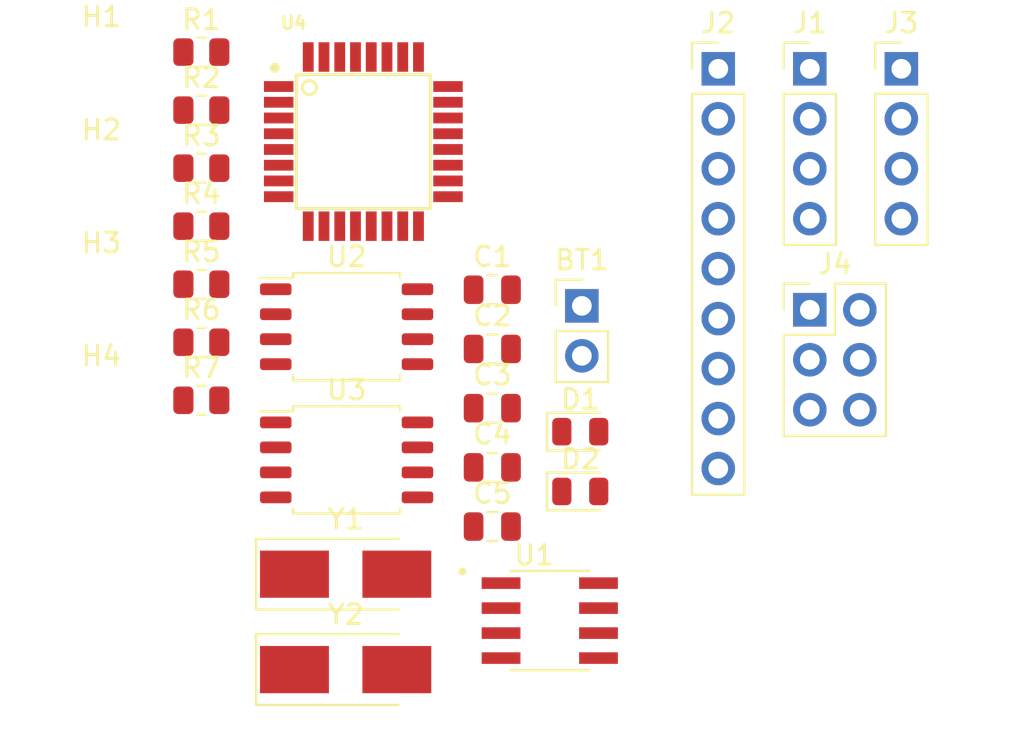
<source format=kicad_pcb>
(kicad_pcb (version 20240108) (generator "pcbnew") (generator_version "8.0")
  (title_block (title "${project_name}") (date "2024-04-17") (rev "1") (comment 1 "2-layer PCB version."))
  (layers (0 "F.Cu" signal) (31 "B.Cu" signal) (34 "B.Paste" user) (35 "F.Paste" user) (36 "B.SilkS" user "B.Silkscreen") (37 "F.SilkS" user "F.Silkscreen") (38 "B.Mask" user) (39 "F.Mask" user) (44 "Edge.Cuts" user))
  (property "project_name" "MCU Datalogger with memory and clock")
  (net 0 "")
  (net 1 "GND")
  (net 2 "Net-(BT1-+)")
  (net 3 "/Vcc")
  (net 4 "Net-(U4-PB6)")
  (net 5 "Net-(U4-PB7)")
  (net 6 "Net-(U4-AREF)")
  (net 7 "/SCK")
  (net 8 "Net-(D1-K)")
  (net 9 "Net-(D2-K)")
  (net 10 "/SDA")
  (net 11 "/D5")
  (net 12 "/D7")
  (net 13 "/D4")
  (net 14 "/D2")
  (net 15 "/D6")
  (net 16 "/D8")
  (net 17 "/D3")
  (net 18 "/TX")
  (net 19 "/RX")
  (net 20 "/MOSI")
  (net 21 "/MISO")
  (net 22 "/RESET")
  (net 23 "Net-(U1-~{INTA})")
  (net 24 "Net-(U1-SQW{slash}~{INT})")
  (net 25 "Net-(U1-X2)")
  (net 26 "Net-(U1-X1)")
  (net 27 "Net-(U3-A1)")
  (footprint "Footprints:SOIC127P600X175-8N" (layer "F.Cu") (at 83.2084 94.286)
    (property "Reference" "U1" (at -0.795 -3.332 0) (layer "F.SilkS"))
    (property "Value" "DS1337S+")
    (fp_line (start -2 -2.52) (end 2 -2.52) (stroke (width 0.127)) (layer "F.SilkS"))
    (fp_line (start -2 2.52) (end 2 2.52) (stroke (width 0.127)) (layer "F.SilkS"))
    (fp_circle (center -4.445 -2.495) (end -4.345 -2.495) (stroke (width 0.2)) (fill none) (layer "F.SilkS"))
    (pad "1" smd rect (at -2.475 -1.905) (size 1.97 0.59) (layers "F.Cu" "F.Paste" "F.Mask") (net 26 "Net-(U1-X1)"))
    (pad "2" smd rect (at -2.475 -0.635) (size 1.97 0.59) (layers "F.Cu" "F.Paste" "F.Mask") (net 25 "Net-(U1-X2)"))
    (pad "3" smd rect (at -2.475 0.635) (size 1.97 0.59) (layers "F.Cu" "F.Paste" "F.Mask") (net 23 "Net-(U1-~{INTA})"))
    (pad "4" smd rect (at -2.475 1.905) (size 1.97 0.59) (layers "F.Cu" "F.Paste" "F.Mask") (net 1 "GND"))
    (pad "5" smd rect (at 2.475 1.905) (size 1.97 0.59) (layers "F.Cu" "F.Paste" "F.Mask") (net 10 "/SDA"))
    (pad "6" smd rect (at 2.475 0.635) (size 1.97 0.59) (layers "F.Cu" "F.Paste" "F.Mask") (net 7 "/SCK"))
    (pad "7" smd rect (at 2.475 -0.635) (size 1.97 0.59) (layers "F.Cu" "F.Paste" "F.Mask") (net 24 "Net-(U1-SQW{slash}~{INT})"))
    (pad "8" smd rect (at 2.475 -1.905) (size 1.97 0.59) (layers "F.Cu" "F.Paste" "F.Mask") (net 3 "/Vcc"))
  )
  (footprint "Connector_PinHeader_2.54mm:PinHeader_2x03_P2.54mm_Vertical" (layer "F.Cu") (at 96.4184 78.486)
    (property "Reference" "J4" (at 1.27 -2.33 0) (layer "F.SilkS"))
    (property "Value" "Conn_02x03_Odd_Even")
    (fp_line (start -1.33 -1.33) (end 0 -1.33) (stroke (width 0.12)) (layer "F.SilkS"))
    (fp_line (start -1.33 0) (end -1.33 -1.33) (stroke (width 0.12)) (layer "F.SilkS"))
    (fp_line (start -1.33 1.27) (end -1.33 6.41) (stroke (width 0.12)) (layer "F.SilkS"))
    (fp_line (start -1.33 1.27) (end 1.27 1.27) (stroke (width 0.12)) (layer "F.SilkS"))
    (fp_line (start -1.33 6.41) (end 3.87 6.41) (stroke (width 0.12)) (layer "F.SilkS"))
    (fp_line (start 1.27 -1.33) (end 3.87 -1.33) (stroke (width 0.12)) (layer "F.SilkS"))
    (fp_line (start 1.27 1.27) (end 1.27 -1.33) (stroke (width 0.12)) (layer "F.SilkS"))
    (fp_line (start 3.87 -1.33) (end 3.87 6.41) (stroke (width 0.12)) (layer "F.SilkS"))
    (pad "1" thru_hole rect (at 0 0) (size 1.7 1.7) (drill 1) (layers "*.Cu" "*.Mask") (net 20 "/MOSI"))
    (pad "2" thru_hole oval (at 2.54 0) (size 1.7 1.7) (drill 1) (layers "*.Cu" "*.Mask") (net 3 "/Vcc"))
    (pad "3" thru_hole oval (at 0 2.54) (size 1.7 1.7) (drill 1) (layers "*.Cu" "*.Mask") (net 7 "/SCK"))
    (pad "4" thru_hole oval (at 2.54 2.54) (size 1.7 1.7) (drill 1) (layers "*.Cu" "*.Mask") (net 21 "/MISO"))
    (pad "5" thru_hole oval (at 0 5.08) (size 1.7 1.7) (drill 1) (layers "*.Cu" "*.Mask") (net 22 "/RESET"))
    (pad "6" thru_hole oval (at 2.54 5.08) (size 1.7 1.7) (drill 1) (layers "*.Cu" "*.Mask") (net 1 "GND"))
  )
  (footprint "Connector_PinHeader_2.54mm:PinHeader_1x09_P2.54mm_Vertical" (layer "F.Cu") (at 91.7684 66.236)
    (property "Reference" "J2" (at 0 -2.33 0) (layer "F.SilkS"))
    (property "Value" "Conn_01x09_Pin")
    (fp_line (start -1.33 -1.33) (end 0 -1.33) (stroke (width 0.12)) (layer "F.SilkS"))
    (fp_line (start -1.33 0) (end -1.33 -1.33) (stroke (width 0.12)) (layer "F.SilkS"))
    (fp_line (start -1.33 1.27) (end -1.33 21.65) (stroke (width 0.12)) (layer "F.SilkS"))
    (fp_line (start -1.33 1.27) (end 1.33 1.27) (stroke (width 0.12)) (layer "F.SilkS"))
    (fp_line (start -1.33 21.65) (end 1.33 21.65) (stroke (width 0.12)) (layer "F.SilkS"))
    (fp_line (start 1.33 1.27) (end 1.33 21.65) (stroke (width 0.12)) (layer "F.SilkS"))
    (pad "1" thru_hole rect (at 0 0) (size 1.7 1.7) (drill 1) (layers "*.Cu" "*.Mask") (net 14 "/D2"))
    (pad "2" thru_hole oval (at 0 2.54) (size 1.7 1.7) (drill 1) (layers "*.Cu" "*.Mask") (net 17 "/D3"))
    (pad "3" thru_hole oval (at 0 5.08) (size 1.7 1.7) (drill 1) (layers "*.Cu" "*.Mask") (net 13 "/D4"))
    (pad "4" thru_hole oval (at 0 7.62) (size 1.7 1.7) (drill 1) (layers "*.Cu" "*.Mask") (net 11 "/D5"))
    (pad "5" thru_hole oval (at 0 10.16) (size 1.7 1.7) (drill 1) (layers "*.Cu" "*.Mask") (net 15 "/D6"))
    (pad "6" thru_hole oval (at 0 12.7) (size 1.7 1.7) (drill 1) (layers "*.Cu" "*.Mask") (net 12 "/D7"))
    (pad "7" thru_hole oval (at 0 15.24) (size 1.7 1.7) (drill 1) (layers "*.Cu" "*.Mask") (net 16 "/D8"))
    (pad "8" thru_hole oval (at 0 17.78) (size 1.7 1.7) (drill 1) (layers "*.Cu" "*.Mask") (net 1 "GND"))
    (pad "9" thru_hole oval (at 0 20.32) (size 1.7 1.7) (drill 1) (layers "*.Cu" "*.Mask") (net 3 "/Vcc"))
  )
  (footprint "Capacitor_SMD:C_0805_2012Metric" (layer "F.Cu") (at 80.2884 89.506)
    (property "Reference" "C5" (at 0 -1.68 0) (layer "F.SilkS"))
    (property "Value" "100 nF")
    (fp_line (start -0.261252 -0.735) (end 0.261252 -0.735) (stroke (width 0.12)) (layer "F.SilkS"))
    (fp_line (start -0.261252 0.735) (end 0.261252 0.735) (stroke (width 0.12)) (layer "F.SilkS"))
    (pad "1" smd roundrect (at -0.95 0) (size 1 1.45) (layers "F.Cu" "F.Paste" "F.Mask") (net 2 "Net-(BT1-+)"))
    (pad "2" smd roundrect (at 0.95 0) (size 1 1.45) (layers "F.Cu" "F.Paste" "F.Mask") (net 1 "GND"))
  )
  (footprint "MountingHole:MountingHole_2.1mm" (layer "F.Cu") (at 60.4284 78.286)
    (property "Reference" "H3" (at 0 -3.2 0) (layer "F.SilkS"))
    (property "Value" "MountingHole")
    (pad "" np_thru_hole circle (at 0 0) (size 2.1 2.1) (drill 2.1) (layers "*.Cu" "*.Mask"))
  )
  (footprint "Resistor_SMD:R_0805_2012Metric" (layer "F.Cu") (at 65.5084 80.136)
    (property "Reference" "R6" (at 0 -1.65 0) (layer "F.SilkS"))
    (property "Value" "10 ΚΩ")
    (fp_line (start -0.227064 -0.735) (end 0.227064 -0.735) (stroke (width 0.12)) (layer "F.SilkS"))
    (fp_line (start -0.227064 0.735) (end 0.227064 0.735) (stroke (width 0.12)) (layer "F.SilkS"))
    (pad "1" smd roundrect (at -0.9125 0) (size 1.025 1.4) (layers "F.Cu" "F.Paste" "F.Mask") (roundrect_rratio 0.243902) (net 3 "/Vcc"))
    (pad "2" smd roundrect (at 0.9125 0) (size 1.025 1.4) (layers "F.Cu" "F.Paste" "F.Mask") (roundrect_rratio 0.243902) (net 22 "/RESET"))
  )
  (footprint "Resistor_SMD:R_0805_2012Metric" (layer "F.Cu") (at 65.5084 83.086)
    (property "Reference" "R7" (at 0 -1.65 0) (layer "F.SilkS"))
    (property "Value" "330 Ω")
    (fp_line (start -0.227064 -0.735) (end 0.227064 -0.735) (stroke (width 0.12)) (layer "F.SilkS"))
    (fp_line (start -0.227064 0.735) (end 0.227064 0.735) (stroke (width 0.12)) (layer "F.SilkS"))
    (pad "1" smd roundrect (at -0.9125 0) (size 1.025 1.4) (layers "F.Cu" "F.Paste" "F.Mask") (roundrect_rratio 0.243902) (net 9 "Net-(D2-K)"))
    (pad "2" smd roundrect (at 0.9125 0) (size 1.025 1.4) (layers "F.Cu" "F.Paste" "F.Mask") (roundrect_rratio 0.243902) (net 1 "GND"))
  )
  (footprint "Resistor_SMD:R_0805_2012Metric" (layer "F.Cu") (at 65.5084 68.336)
    (property "Reference" "R2" (at 0 -1.65 0) (layer "F.SilkS"))
    (property "Value" "10 ΚΩ")
    (fp_line (start -0.227064 -0.735) (end 0.227064 -0.735) (stroke (width 0.12)) (layer "F.SilkS"))
    (fp_line (start -0.227064 0.735) (end 0.227064 0.735) (stroke (width 0.12)) (layer "F.SilkS"))
    (pad "1" smd roundrect (at -0.9125 0) (size 1.025 1.4) (layers "F.Cu" "F.Paste" "F.Mask") (roundrect_rratio 0.243902) (net 3 "/Vcc"))
    (pad "2" smd roundrect (at 0.9125 0) (size 1.025 1.4) (layers "F.Cu" "F.Paste" "F.Mask") (roundrect_rratio 0.243902) (net 24 "Net-(U1-SQW{slash}~{INT})"))
  )
  (footprint "LED_SMD:LED_0805_2012Metric" (layer "F.Cu") (at 84.7584 87.721)
    (property "Reference" "D2" (at 0 -1.65 0) (layer "F.SilkS"))
    (property "Value" "D")
    (fp_line (start -1.685 -0.96) (end -1.685 0.96) (stroke (width 0.12)) (layer "F.SilkS"))
    (fp_line (start -1.685 0.96) (end 1 0.96) (stroke (width 0.12)) (layer "F.SilkS"))
    (fp_line (start 1 -0.96) (end -1.685 -0.96) (stroke (width 0.12)) (layer "F.SilkS"))
    (pad "1" smd roundrect (at -0.9375 0) (size 0.975 1.4) (layers "F.Cu" "F.Paste" "F.Mask") (net 9 "Net-(D2-K)"))
    (pad "2" smd roundrect (at 0.9375 0) (size 0.975 1.4) (layers "F.Cu" "F.Paste" "F.Mask") (net 2 "Net-(BT1-+)"))
  )
  (footprint "Package_SO:SOIC-8_5.23x5.23mm_P1.27mm" (layer "F.Cu") (at 72.8884 86.116)
    (property "Reference" "U3" (at 0 -3.56 0) (layer "F.SilkS"))
    (property "Value" "24LC1025")
    (fp_line (start -2.725 -2.725) (end -2.725 -2.465) (stroke (width 0.12)) (layer "F.SilkS"))
    (fp_line (start -2.725 -2.465) (end -4.4 -2.465) (stroke (width 0.12)) (layer "F.SilkS"))
    (fp_line (start -2.725 2.725) (end -2.725 2.465) (stroke (width 0.12)) (layer "F.SilkS"))
    (fp_line (start 0 -2.725) (end -2.725 -2.725) (stroke (width 0.12)) (layer "F.SilkS"))
    (fp_line (start 0 -2.725) (end 2.725 -2.725) (stroke (width 0.12)) (layer "F.SilkS"))
    (fp_line (start 0 2.725) (end -2.725 2.725) (stroke (width 0.12)) (layer "F.SilkS"))
    (fp_line (start 0 2.725) (end 2.725 2.725) (stroke (width 0.12)) (layer "F.SilkS"))
    (fp_line (start 2.725 -2.725) (end 2.725 -2.465) (stroke (width 0.12)) (layer "F.SilkS"))
    (fp_line (start 2.725 2.725) (end 2.725 2.465) (stroke (width 0.12)) (layer "F.SilkS"))
    (pad "1" smd roundrect (at -3.6 -1.905) (size 1.6 0.6) (layers "F.Cu" "F.Paste" "F.Mask") (net 3 "/Vcc"))
    (pad "2" smd roundrect (at -3.6 -0.635) (size 1.6 0.6) (layers "F.Cu" "F.Paste" "F.Mask") (net 27 "Net-(U3-A1)"))
    (pad "3" smd roundrect (at -3.6 0.635) (size 1.6 0.6) (layers "F.Cu" "F.Paste" "F.Mask") (net 3 "/Vcc"))
    (pad "4" smd roundrect (at -3.6 1.905) (size 1.6 0.6) (layers "F.Cu" "F.Paste" "F.Mask") (net 1 "GND"))
    (pad "5" smd roundrect (at 3.6 1.905) (size 1.6 0.6) (layers "F.Cu" "F.Paste" "F.Mask") (net 10 "/SDA"))
    (pad "6" smd roundrect (at 3.6 0.635) (size 1.6 0.6) (layers "F.Cu" "F.Paste" "F.Mask") (net 7 "/SCK"))
    (pad "7" smd roundrect (at 3.6 -0.635) (size 1.6 0.6) (layers "F.Cu" "F.Paste" "F.Mask") (net 27 "Net-(U3-A1)"))
    (pad "8" smd roundrect (at 3.6 -1.905) (size 1.6 0.6) (layers "F.Cu" "F.Paste" "F.Mask") (net 3 "/Vcc"))
  )
  (footprint "Capacitor_SMD:C_0805_2012Metric" (layer "F.Cu") (at 80.2884 86.496)
    (property "Reference" "C4" (at 0 -1.68 0) (layer "F.SilkS"))
    (property "Value" "0.1 uF")
    (fp_line (start -0.261252 -0.735) (end 0.261252 -0.735) (stroke (width 0.12)) (layer "F.SilkS"))
    (fp_line (start -0.261252 0.735) (end 0.261252 0.735) (stroke (width 0.12)) (layer "F.SilkS"))
    (pad "1" smd roundrect (at -0.95 0) (size 1 1.45) (layers "F.Cu" "F.Paste" "F.Mask") (net 1 "GND"))
    (pad "2" smd roundrect (at 0.95 0) (size 1 1.45) (layers "F.Cu" "F.Paste" "F.Mask") (net 6 "Net-(U4-AREF)"))
  )
  (footprint "Resistor_SMD:R_0805_2012Metric" (layer "F.Cu") (at 65.5084 65.386)
    (property "Reference" "R1" (at 0 -1.65 0) (layer "F.SilkS"))
    (property "Value" "10 ΚΩ")
    (fp_line (start -0.227064 -0.735) (end 0.227064 -0.735) (stroke (width 0.12)) (layer "F.SilkS"))
    (fp_line (start -0.227064 0.735) (end 0.227064 0.735) (stroke (width 0.12)) (layer "F.SilkS"))
    (pad "1" smd roundrect (at -0.9125 0) (size 1.025 1.4) (layers "F.Cu" "F.Paste" "F.Mask") (roundrect_rratio 0.243902) (net 3 "/Vcc"))
    (pad "2" smd roundrect (at 0.9125 0) (size 1.025 1.4) (layers "F.Cu" "F.Paste" "F.Mask") (roundrect_rratio 0.243902) (net 23 "Net-(U1-~{INTA})"))
  )
  (footprint "Crystal:Crystal_SMD_5032-2Pin_5.0x3.2mm_HandSoldering" (layer "F.Cu") (at 72.8384 96.776)
    (property "Reference" "Y2" (at 0 -2.8 0) (layer "F.SilkS"))
    (property "Value" "16 MHz")
    (fp_line (start -4.55 -1.8) (end -4.55 1.8) (stroke (width 0.12)) (layer "F.SilkS"))
    (fp_line (start -4.55 1.8) (end 2.7 1.8) (stroke (width 0.12)) (layer "F.SilkS"))
    (fp_line (start 2.7 -1.8) (end -4.55 -1.8) (stroke (width 0.12)) (layer "F.SilkS"))
    (pad "1" smd rect (at -2.6 0) (size 3.5 2.4) (layers "F.Cu" "F.Paste" "F.Mask") (net 5 "Net-(U4-PB7)"))
    (pad "2" smd rect (at 2.6 0) (size 3.5 2.4) (layers "F.Cu" "F.Paste" "F.Mask") (net 4 "Net-(U4-PB6)"))
  )
  (footprint "Crystal:Crystal_SMD_5032-2Pin_5.0x3.2mm_HandSoldering" (layer "F.Cu") (at 72.8384 91.926)
    (property "Reference" "Y1" (at 0 -2.8 0) (layer "F.SilkS"))
    (property "Value" "32.768 KHz")
    (fp_line (start -4.55 -1.8) (end -4.55 1.8) (stroke (width 0.12)) (layer "F.SilkS"))
    (fp_line (start -4.55 1.8) (end 2.7 1.8) (stroke (width 0.12)) (layer "F.SilkS"))
    (fp_line (start 2.7 -1.8) (end -4.55 -1.8) (stroke (width 0.12)) (layer "F.SilkS"))
    (pad "1" smd rect (at -2.6 0) (size 3.5 2.4) (layers "F.Cu" "F.Paste" "F.Mask") (net 25 "Net-(U1-X2)"))
    (pad "2" smd rect (at 2.6 0) (size 3.5 2.4) (layers "F.Cu" "F.Paste" "F.Mask") (net 26 "Net-(U1-X1)"))
  )
  (footprint "Capacitor_SMD:C_0805_2012Metric" (layer "F.Cu") (at 80.2884 80.476)
    (property "Reference" "C2" (at 0 -1.68 0) (layer "F.SilkS"))
    (property "Value" "22 pF")
    (fp_line (start -0.261252 -0.735) (end 0.261252 -0.735) (stroke (width 0.12)) (layer "F.SilkS"))
    (fp_line (start -0.261252 0.735) (end 0.261252 0.735) (stroke (width 0.12)) (layer "F.SilkS"))
    (pad "1" smd roundrect (at -0.95 0) (size 1 1.45) (layers "F.Cu" "F.Paste" "F.Mask") (net 4 "Net-(U4-PB6)"))
    (pad "2" smd roundrect (at 0.95 0) (size 1 1.45) (layers "F.Cu" "F.Paste" "F.Mask") (net 1 "GND"))
  )
  (footprint "Connector_PinHeader_2.54mm:PinHeader_1x04_P2.54mm_Vertical" (layer "F.Cu") (at 96.4184 66.236)
    (property "Reference" "J1" (at 0 -2.33 0) (layer "F.SilkS"))
    (property "Value" "Conn_01x04_Pin")
    (fp_line (start -1.33 -1.33) (end 0 -1.33) (stroke (width 0.12)) (layer "F.SilkS"))
    (fp_line (start -1.33 0) (end -1.33 -1.33) (stroke (width 0.12)) (layer "F.SilkS"))
    (fp_line (start -1.33 1.27) (end -1.33 8.95) (stroke (width 0.12)) (layer "F.SilkS"))
    (fp_line (start -1.33 1.27) (end 1.33 1.27) (stroke (width 0.12)) (layer "F.SilkS"))
    (fp_line (start -1.33 8.95) (end 1.33 8.95) (stroke (width 0.12)) (layer "F.SilkS"))
    (fp_line (start 1.33 1.27) (end 1.33 8.95) (stroke (width 0.12)) (layer "F.SilkS"))
    (pad "1" thru_hole rect (at 0 0) (size 1.7 1.7) (drill 1) (layers "*.Cu" "*.Mask") (net 1 "GND"))
    (pad "2" thru_hole oval (at 0 2.54) (size 1.7 1.7) (drill 1) (layers "*.Cu" "*.Mask") (net 3 "/Vcc"))
    (pad "3" thru_hole oval (at 0 5.08) (size 1.7 1.7) (drill 1) (layers "*.Cu" "*.Mask") (net 10 "/SDA"))
    (pad "4" thru_hole oval (at 0 7.62) (size 1.7 1.7) (drill 1) (layers "*.Cu" "*.Mask") (net 7 "/SCK"))
  )
  (footprint "Resistor_SMD:R_0805_2012Metric" (layer "F.Cu") (at 65.5084 71.286)
    (property "Reference" "R3" (at 0 -1.65 0) (layer "F.SilkS"))
    (property "Value" "4.7 ΚΩ")
    (fp_line (start -0.227064 -0.735) (end 0.227064 -0.735) (stroke (width 0.12)) (layer "F.SilkS"))
    (fp_line (start -0.227064 0.735) (end 0.227064 0.735) (stroke (width 0.12)) (layer "F.SilkS"))
    (pad "1" smd roundrect (at -0.9125 0) (size 1.025 1.4) (layers "F.Cu" "F.Paste" "F.Mask") (roundrect_rratio 0.243902) (net 3 "/Vcc"))
    (pad "2" smd roundrect (at 0.9125 0) (size 1.025 1.4) (layers "F.Cu" "F.Paste" "F.Mask") (roundrect_rratio 0.243902) (net 7 "/SCK"))
  )
  (footprint "Package_SO:SOIC-8_5.23x5.23mm_P1.27mm" (layer "F.Cu") (at 72.8884 79.346)
    (property "Reference" "U2" (at 0 -3.56 0) (layer "F.SilkS"))
    (property "Value" "24LC1025")
    (fp_line (start -2.725 -2.725) (end -2.725 -2.465) (stroke (width 0.12)) (layer "F.SilkS"))
    (fp_line (start -2.725 -2.465) (end -4.4 -2.465) (stroke (width 0.12)) (layer "F.SilkS"))
    (fp_line (start -2.725 2.725) (end -2.725 2.465) (stroke (width 0.12)) (layer "F.SilkS"))
    (fp_line (start 0 -2.725) (end -2.725 -2.725) (stroke (width 0.12)) (layer "F.SilkS"))
    (fp_line (start 0 -2.725) (end 2.725 -2.725) (stroke (width 0.12)) (layer "F.SilkS"))
    (fp_line (start 0 2.725) (end -2.725 2.725) (stroke (width 0.12)) (layer "F.SilkS"))
    (fp_line (start 0 2.725) (end 2.725 2.725) (stroke (width 0.12)) (layer "F.SilkS"))
    (fp_line (start 2.725 -2.725) (end 2.725 -2.465) (stroke (width 0.12)) (layer "F.SilkS"))
    (fp_line (start 2.725 2.725) (end 2.725 2.465) (stroke (width 0.12)) (layer "F.SilkS"))
    (pad "1" smd roundrect (at -3.6 -1.905) (size 1.6 0.6) (layers "F.Cu" "F.Paste" "F.Mask") (net 3 "/Vcc"))
    (pad "2" smd roundrect (at -3.6 -0.635) (size 1.6 0.6) (layers "F.Cu" "F.Paste" "F.Mask") (net 3 "/Vcc"))
    (pad "3" smd roundrect (at -3.6 0.635) (size 1.6 0.6) (layers "F.Cu" "F.Paste" "F.Mask") (net 3 "/Vcc"))
    (pad "4" smd roundrect (at -3.6 1.905) (size 1.6 0.6) (layers "F.Cu" "F.Paste" "F.Mask") (net 1 "GND"))
    (pad "5" smd roundrect (at 3.6 1.905) (size 1.6 0.6) (layers "F.Cu" "F.Paste" "F.Mask") (net 10 "/SDA"))
    (pad "6" smd roundrect (at 3.6 0.635) (size 1.6 0.6) (layers "F.Cu" "F.Paste" "F.Mask") (net 7 "/SCK"))
    (pad "7" smd roundrect (at 3.6 -0.635) (size 1.6 0.6) (layers "F.Cu" "F.Paste" "F.Mask") (net 1 "GND"))
    (pad "8" smd roundrect (at 3.6 -1.905) (size 1.6 0.6) (layers "F.Cu" "F.Paste" "F.Mask") (net 3 "/Vcc"))
  )
  (footprint "Connector_PinHeader_2.54mm:PinHeader_1x02_P2.54mm_Vertical" (layer "F.Cu") (at 84.8384 78.286)
    (property "Reference" "BT1" (at 0 -2.33 0) (layer "F.SilkS"))
    (property "Value" "Battery")
    (fp_line (start -1.33 -1.33) (end 0 -1.33) (stroke (width 0.12)) (layer "F.SilkS"))
    (fp_line (start -1.33 0) (end -1.33 -1.33) (stroke (width 0.12)) (layer "F.SilkS"))
    (fp_line (start -1.33 1.27) (end -1.33 3.87) (stroke (width 0.12)) (layer "F.SilkS"))
    (fp_line (start -1.33 1.27) (end 1.33 1.27) (stroke (width 0.12)) (layer "F.SilkS"))
    (fp_line (start -1.33 3.87) (end 1.33 3.87) (stroke (width 0.12)) (layer "F.SilkS"))
    (fp_line (start 1.33 1.27) (end 1.33 3.87) (stroke (width 0.12)) (layer "F.SilkS"))
    (pad "1" thru_hole rect (at 0 0) (size 1.7 1.7) (drill 1) (layers "*.Cu" "*.Mask") (net 2 "Net-(BT1-+)"))
    (pad "2" thru_hole oval (at 0 2.54) (size 1.7 1.7) (drill 1) (layers "*.Cu" "*.Mask") (net 1 "GND"))
  )
  (footprint "Resistor_SMD:R_0805_2012Metric" (layer "F.Cu") (at 65.5084 74.236)
    (property "Reference" "R4" (at 0 -1.65 0) (layer "F.SilkS"))
    (property "Value" "4.7 ΚΩ")
    (fp_line (start -0.227064 -0.735) (end 0.227064 -0.735) (stroke (width 0.12)) (layer "F.SilkS"))
    (fp_line (start -0.227064 0.735) (end 0.227064 0.735) (stroke (width 0.12)) (layer "F.SilkS"))
    (pad "1" smd roundrect (at -0.9125 0) (size 1.025 1.4) (layers "F.Cu" "F.Paste" "F.Mask") (roundrect_rratio 0.243902) (net 3 "/Vcc"))
    (pad "2" smd roundrect (at 0.9125 0) (size 1.025 1.4) (layers "F.Cu" "F.Paste" "F.Mask") (roundrect_rratio 0.243902) (net 10 "/SDA"))
  )
  (footprint "Capacitor_SMD:C_0805_2012Metric" (layer "F.Cu") (at 80.2884 83.486)
    (property "Reference" "C3" (at 0 -1.68 0) (layer "F.SilkS"))
    (property "Value" "22 pF")
    (fp_line (start -0.261252 -0.735) (end 0.261252 -0.735) (stroke (width 0.12)) (layer "F.SilkS"))
    (fp_line (start -0.261252 0.735) (end 0.261252 0.735) (stroke (width 0.12)) (layer "F.SilkS"))
    (pad "1" smd roundrect (at -0.95 0) (size 1 1.45) (layers "F.Cu" "F.Paste" "F.Mask") (net 1 "GND"))
    (pad "2" smd roundrect (at 0.95 0) (size 1 1.45) (layers "F.Cu" "F.Paste" "F.Mask") (net 5 "Net-(U4-PB7)"))
  )
  (footprint "Resistor_SMD:R_0805_2012Metric" (layer "F.Cu") (at 65.5084 77.186)
    (property "Reference" "R5" (at 0 -1.65 0) (layer "F.SilkS"))
    (property "Value" "330 Ω")
    (fp_line (start -0.227064 -0.735) (end 0.227064 -0.735) (stroke (width 0.12)) (layer "F.SilkS"))
    (fp_line (start -0.227064 0.735) (end 0.227064 0.735) (stroke (width 0.12)) (layer "F.SilkS"))
    (pad "1" smd roundrect (at -0.9125 0) (size 1.025 1.4) (layers "F.Cu" "F.Paste" "F.Mask") (roundrect_rratio 0.243902) (net 1 "GND"))
    (pad "2" smd roundrect (at 0.9125 0) (size 1.025 1.4) (layers "F.Cu" "F.Paste" "F.Mask") (roundrect_rratio 0.243902) (net 8 "Net-(D1-K)"))
  )
  (footprint "Footprints:QFP80P900X900X120-32N" (layer "F.Cu") (at 73.7384 69.936)
    (property "Reference" "U4" (at -3.543445 -6.038067 0) (layer "F.SilkS") (effects (font (size 0.641239 0.641239))))
    (property "Value" "ATMEGA328P-AU")
    (fp_line (start -3.4 -3.4) (end 3.4 -3.4) (stroke (width 0.1524)) (layer "F.SilkS"))
    (fp_line (start -3.4 3.4) (end -3.4 -3.4) (stroke (width 0.1524)) (layer "F.SilkS"))
    (fp_line (start 3.4 -3.4) (end 3.4 3.4) (stroke (width 0.1524)) (layer "F.SilkS"))
    (fp_line (start 3.4 3.4) (end -3.4 3.4) (stroke (width 0.1524)) (layer "F.SilkS"))
    (fp_circle (center -4.5 -3.75) (end -4.246 -3.75) (fill solid) (layer "F.SilkS"))
    (fp_circle (center -2.7432 -2.7432) (end -2.384 -2.7432) (stroke (width 0.1524)) (fill none) (layer "F.SilkS"))
    (pad "1" smd rect (at -4.3 -2.8) (size 1.5 0.55) (layers "F.Cu" "F.Paste" "F.Mask") (net 17 "/D3"))
    (pad "2" smd rect (at -4.3 -2) (size 1.5 0.55) (layers "F.Cu" "F.Paste" "F.Mask") (net 13 "/D4"))
    (pad "3" smd rect (at -4.3 -1.2) (size 1.5 0.55) (layers "F.Cu" "F.Paste" "F.Mask") (net 1 "GND"))
    (pad "4" smd rect (at -4.3 -0.4) (size 1.5 0.55) (layers "F.Cu" "F.Paste" "F.Mask") (net 2 "Net-(BT1-+)"))
    (pad "5" smd rect (at -4.3 0.4) (size 1.5 0.55) (layers "F.Cu" "F.Paste" "F.Mask") (net 1 "GND"))
    (pad "6" smd rect (at -4.3 1.2) (size 1.5 0.55) (layers "F.Cu" "F.Paste" "F.Mask"))
    (pad "7" smd rect (at -4.3 2) (size 1.5 0.55) (layers "F.Cu" "F.Paste" "F.Mask") (net 4 "Net-(U4-PB6)"))
    (pad "8" smd rect (at -4.3 2.8) (size 1.5 0.55) (layers "F.Cu" "F.Paste" "F.Mask") (net 5 "Net-(U4-PB7)"))
    (pad "9" smd rect (at -2.8 4.3) (size 0.55 1.5) (layers "F.Cu" "F.Paste" "F.Mask") (net 11 "/D5"))
    (pad "10" smd rect (at -2 4.3) (size 0.55 1.5) (layers "F.Cu" "F.Paste" "F.Mask") (net 15 "/D6"))
    (pad "11" smd rect (at -1.2 4.3) (size 0.55 1.5) (layers "F.Cu" "F.Paste" "F.Mask") (net 12 "/D7"))
    (pad "12" smd rect (at -0.4 4.3) (size 0.55 1.5) (layers "F.Cu" "F.Paste" "F.Mask") (net 16 "/D8"))
    (pad "13" smd rect (at 0.4 4.3) (size 0.55 1.5) (layers "F.Cu" "F.Paste" "F.Mask"))
    (pad "14" smd rect (at 1.2 4.3) (size 0.55 1.5) (layers "F.Cu" "F.Paste" "F.Mask"))
    (pad "15" smd rect (at 2 4.3) (size 0.55 1.5) (layers "F.Cu" "F.Paste" "F.Mask") (net 20 "/MOSI"))
    (pad "16" smd rect (at 2.8 4.3) (size 0.55 1.5) (layers "F.Cu" "F.Paste" "F.Mask") (net 21 "/MISO"))
    (pad "17" smd rect (at 4.3 2.8) (size 1.5 0.55) (layers "F.Cu" "F.Paste" "F.Mask") (net 7 "/SCK"))
    (pad "18" smd rect (at 4.3 2) (size 1.5 0.55) (layers "F.Cu" "F.Paste" "F.Mask") (net 2 "Net-(BT1-+)"))
    (pad "19" smd rect (at 4.3 1.2) (size 1.5 0.55) (layers "F.Cu" "F.Paste" "F.Mask"))
    (pad "20" smd rect (at 4.3 0.4) (size 1.5 0.55) (layers "F.Cu" "F.Paste" "F.Mask") (net 6 "Net-(U4-AREF)"))
    (pad "21" smd rect (at 4.3 -0.4) (size 1.5 0.55) (layers "F.Cu" "F.Paste" "F.Mask") (net 1 "GND"))
    (pad "22" smd rect (at 4.3 -1.2) (size 1.5 0.55) (layers "F.Cu" "F.Paste" "F.Mask"))
    (pad "23" smd rect (at 4.3 -2) (size 1.5 0.55) (layers "F.Cu" "F.Paste" "F.Mask"))
    (pad "24" smd rect (at 4.3 -2.8) (size 1.5 0.55) (layers "F.Cu" "F.Paste" "F.Mask"))
    (pad "25" smd rect (at 2.8 -4.3) (size 0.55 1.5) (layers "F.Cu" "F.Paste" "F.Mask"))
    (pad "26" smd rect (at 2 -4.3) (size 0.55 1.5) (layers "F.Cu" "F.Paste" "F.Mask"))
    (pad "27" smd rect (at 1.2 -4.3) (size 0.55 1.5) (layers "F.Cu" "F.Paste" "F.Mask") (net 10 "/SDA"))
    (pad "28" smd rect (at 0.4 -4.3) (size 0.55 1.5) (layers "F.Cu" "F.Paste" "F.Mask") (net 7 "/SCK"))
    (pad "29" smd rect (at -0.4 -4.3) (size 0.55 1.5) (layers "F.Cu" "F.Paste" "F.Mask") (net 22 "/RESET"))
    (pad "30" smd rect (at -1.2 -4.3) (size 0.55 1.5) (layers "F.Cu" "F.Paste" "F.Mask") (net 19 "/RX"))
    (pad "31" smd rect (at -2 -4.3) (size 0.55 1.5) (layers "F.Cu" "F.Paste" "F.Mask") (net 18 "/TX"))
    (pad "32" smd rect (at -2.8 -4.3) (size 0.55 1.5) (layers "F.Cu" "F.Paste" "F.Mask") (net 14 "/D2"))
  )
  (footprint "MountingHole:MountingHole_2.1mm" (layer "F.Cu") (at 60.4284 84.036)
    (property "Reference" "H4" (at 0 -3.2 0) (layer "F.SilkS"))
    (property "Value" "MountingHole")
    (pad "" np_thru_hole circle (at 0 0) (size 2.1 2.1) (drill 2.1) (layers "*.Cu" "*.Mask"))
  )
  (footprint "LED_SMD:LED_0805_2012Metric" (layer "F.Cu") (at 84.7584 84.681)
    (property "Reference" "D1" (at 0 -1.65 0) (layer "F.SilkS"))
    (property "Value" "LED")
    (fp_line (start -1.685 -0.96) (end -1.685 0.96) (stroke (width 0.12)) (layer "F.SilkS"))
    (fp_line (start -1.685 0.96) (end 1 0.96) (stroke (width 0.12)) (layer "F.SilkS"))
    (fp_line (start 1 -0.96) (end -1.685 -0.96) (stroke (width 0.12)) (layer "F.SilkS"))
    (pad "1" smd roundrect (at -0.9375 0) (size 0.975 1.4) (layers "F.Cu" "F.Paste" "F.Mask") (net 8 "Net-(D1-K)"))
    (pad "2" smd roundrect (at 0.9375 0) (size 0.975 1.4) (layers "F.Cu" "F.Paste" "F.Mask") (net 7 "/SCK"))
  )
  (footprint "MountingHole:MountingHole_2.1mm" (layer "F.Cu") (at 60.4284 72.536)
    (property "Reference" "H2" (at 0 -3.2 0) (layer "F.SilkS"))
    (property "Value" "MountingHole")
    (pad "" np_thru_hole circle (at 0 0) (size 2.1 2.1) (drill 2.1) (layers "*.Cu" "*.Mask"))
  )
  (footprint "Connector_PinHeader_2.54mm:PinHeader_1x04_P2.54mm_Vertical" (layer "F.Cu") (at 101.0684 66.236)
    (property "Reference" "J3" (at 0 -2.33 0) (layer "F.SilkS"))
    (property "Value" "Conn_01x04_Pin")
    (fp_line (start -1.33 -1.33) (end 0 -1.33) (stroke (width 0.12)) (layer "F.SilkS"))
    (fp_line (start -1.33 0) (end -1.33 -1.33) (stroke (width 0.12)) (layer "F.SilkS"))
    (fp_line (start -1.33 1.27) (end -1.33 8.95) (stroke (width 0.12)) (layer "F.SilkS"))
    (fp_line (start -1.33 1.27) (end 1.33 1.27) (stroke (width 0.12)) (layer "F.SilkS"))
    (fp_line (start -1.33 8.95) (end 1.33 8.95) (stroke (width 0.12)) (layer "F.SilkS"))
    (fp_line (start 1.33 1.27) (end 1.33 8.95) (stroke (width 0.12)) (layer "F.SilkS"))
    (pad "1" thru_hole rect (at 0 0) (size 1.7 1.7) (drill 1) (layers "*.Cu" "*.Mask") (net 1 "GND"))
    (pad "2" thru_hole oval (at 0 2.54) (size 1.7 1.7) (drill 1) (layers "*.Cu" "*.Mask") (net 3 "/Vcc"))
    (pad "3" thru_hole oval (at 0 5.08) (size 1.7 1.7) (drill 1) (layers "*.Cu" "*.Mask") (net 19 "/RX"))
    (pad "4" thru_hole oval (at 0 7.62) (size 1.7 1.7) (drill 1) (layers "*.Cu" "*.Mask") (net 18 "/TX"))
  )
  (footprint "Capacitor_SMD:C_0805_2012Metric" (layer "F.Cu") (at 80.2884 77.466)
    (property "Reference" "C1" (at 0 -1.68 0) (layer "F.SilkS"))
    (property "Value" "0.1 uF")
    (fp_line (start -0.261252 -0.735) (end 0.261252 -0.735) (stroke (width 0.12)) (layer "F.SilkS"))
    (fp_line (start -0.261252 0.735) (end 0.261252 0.735) (stroke (width 0.12)) (layer "F.SilkS"))
    (pad "1" smd roundrect (at -0.95 0) (size 1 1.45) (layers "F.Cu" "F.Paste" "F.Mask") (net 3 "/Vcc"))
    (pad "2" smd roundrect (at 0.95 0) (size 1 1.45) (layers "F.Cu" "F.Paste" "F.Mask") (net 1 "GND"))
  )
  (footprint "MountingHole:MountingHole_2.1mm" (layer "F.Cu") (at 60.4284 66.786)
    (property "Reference" "H1" (at 0 -3.2 0) (layer "F.SilkS"))
    (property "Value" "MountingHole")
    (pad "" np_thru_hole circle (at 0 0) (size 2.1 2.1) (drill 2.1) (layers "*.Cu" "*.Mask"))
  )
)
</source>
